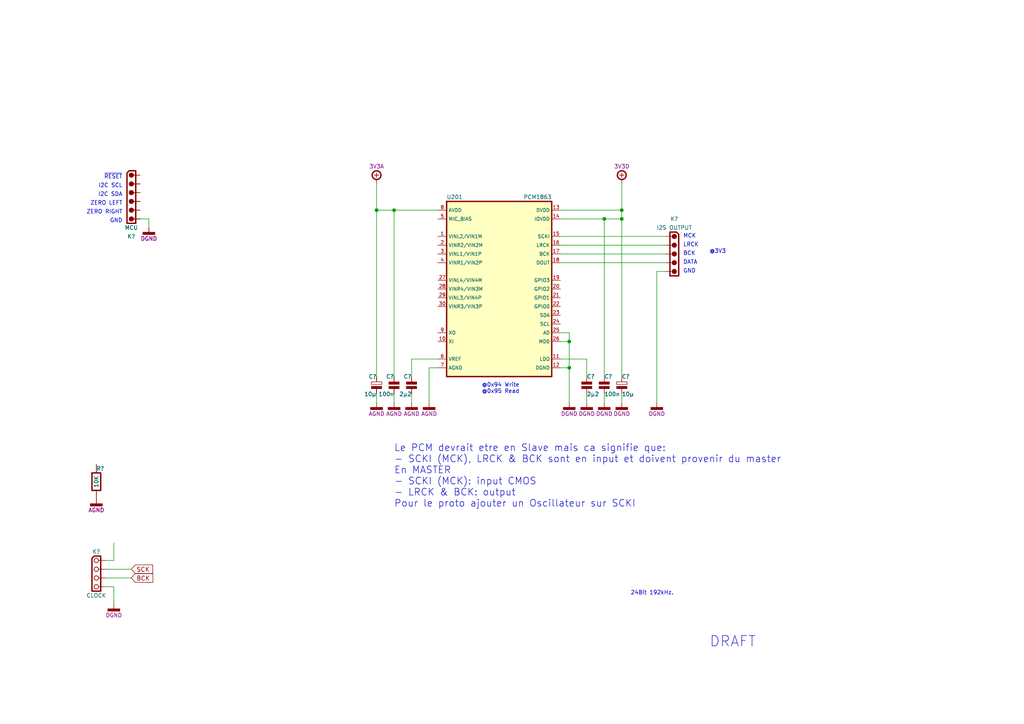
<source format=kicad_sch>
(kicad_sch (version 20230121) (generator eeschema)
  (paper "A4")
  (title_block (title "PCM1863") (date "01/2023") (rev "A") (comment 1 "ADC PCM1863"))
  (lib_symbols
    (symbol "tronixio:CAPACITOR-1206-100N-10P-X7R" (pin_numbers hide) (pin_names (offset 0) hide)
      (property "Reference" "C" (at 1 2.54 0))
      (property "Value" "CAPACITOR-1206-100N-10P-X7R" (at 1 -2.54 0))
      (symbol "CAPACITOR-1206-100N-10P-X7R_0_1"
        (rectangle (start -1.524 -0.254) (end 1.524 -1.016) (stroke (width 0.001)) (fill (type outline)))
        (rectangle (start -1.524 1.016) (end 1.524 0.254) (stroke (width 0.001)) (fill (type outline)))
      )
      (symbol "CAPACITOR-1206-100N-10P-X7R_1_1"
        (pin passive line (at 0 2.54 270) (length 1.905) (name "~") (number "1"))
        (pin passive line (at 0 -2.54 90) (length 1.905) (name "~") (number "2"))
      )
    )
    (symbol "tronixio:CAPACITOR-1206-2U2-10P-X7R" (pin_numbers hide) (pin_names (offset 0) hide)
      (property "Reference" "C" (at 1 2.54 0))
      (property "Value" "CAPACITOR-1206-2U2-10P-X7R" (at 1 -2.54 0))
      (symbol "CAPACITOR-1206-2U2-10P-X7R_0_1"
        (rectangle (start -1.524 -0.254) (end 1.524 -1.016) (stroke (width 0.001)) (fill (type outline)))
        (rectangle (start -1.524 1.016) (end 1.524 0.254) (stroke (width 0.001)) (fill (type outline)))
      )
      (symbol "CAPACITOR-1206-2U2-10P-X7R_1_1"
        (pin passive line (at 0 2.54 270) (length 1.905) (name "~") (number "1"))
        (pin passive line (at 0 -2.54 90) (length 1.905) (name "~") (number "2"))
      )
    )
    (symbol "tronixio:HARWIN-254-F-1X04-VERTICAL" (pin_numbers hide) (pin_names (offset 0) hide)
      (property "Reference" "K" (at 0 2.54 0))
      (property "Value" "HARWIN-254-F-1X04-VERTICAL" (at 0 -10.16 0))
      (symbol "HARWIN-254-F-1X04-VERTICAL_0_1"
        (circle (center 0 -7.62) (radius 0.635) (stroke (width 0.2)))
        (circle (center 0 -5.08) (radius 0.635) (stroke (width 0.2)))
        (circle (center 0 -2.54) (radius 0.635) (stroke (width 0.2)))
        (polyline (pts (xy -1.27 -8.89) (xy 1.27 -8.89) (xy 1.27 0.635) (xy 0.635 1.27) (xy -1.27 1.27) (xy -1.27 -8.89)) (stroke (width 0.4)))
        (circle (center 0 0) (radius 0.635) (stroke (width 0.2)))
      )
      (symbol "HARWIN-254-F-1X04-VERTICAL_1_1"
        (pin passive line (at -2.54 0 0) (length 1.905) (name "1") (number "1"))
        (pin passive line (at -2.54 -2.54 0) (length 1.905) (name "2") (number "2"))
        (pin passive line (at -2.54 -5.08 0) (length 1.905) (name "3") (number "3"))
        (pin passive line (at -2.54 -7.62 0) (length 1.905) (name "4") (number "4"))
      )
    )
    (symbol "tronixio:HARWIN-254-M-1X06-VERTICAL" (pin_numbers hide) (pin_names (offset 0) hide)
      (property "Reference" "K" (at 0 2.54 0))
      (property "Value" "HARWIN-254-M-1X06-VERTICAL" (at 0 -15.24 0))
      (symbol "HARWIN-254-M-1X06-VERTICAL_0_1"
        (circle (center 0 -12.7) (radius 0.635) (stroke (width 0.2)) (fill (type outline)))
        (circle (center 0 -10.16) (radius 0.635) (stroke (width 0.2)) (fill (type outline)))
        (circle (center 0 -7.62) (radius 0.635) (stroke (width 0.2)) (fill (type outline)))
        (circle (center 0 -5.08) (radius 0.635) (stroke (width 0.2)) (fill (type outline)))
        (circle (center 0 -2.54) (radius 0.635) (stroke (width 0.2)) (fill (type outline)))
        (polyline (pts (xy -1.27 -13.97) (xy 1.27 -13.97) (xy 1.27 0.635) (xy 0.635 1.27) (xy -1.27 1.27) (xy -1.27 -13.97)) (stroke (width 0.4)))
        (circle (center 0 0) (radius 0.635) (stroke (width 0.2)) (fill (type outline)))
      )
      (symbol "HARWIN-254-M-1X06-VERTICAL_1_1"
        (pin passive line (at -2.54 0 0) (length 1.905) (name "1") (number "1"))
        (pin passive line (at -2.54 -2.54 0) (length 1.905) (name "2") (number "2"))
        (pin passive line (at -2.54 -5.08 0) (length 1.905) (name "3") (number "3"))
        (pin passive line (at -2.54 -7.62 0) (length 1.905) (name "4") (number "4"))
        (pin passive line (at -2.54 -10.16 0) (length 1.905) (name "5") (number "5"))
        (pin passive line (at -2.54 -12.7 0) (length 1.905) (name "6") (number "6"))
      )
    )
    (symbol "tronixio:KOASPEER-RT-1206-10K-1P" (pin_numbers hide) (pin_names (offset 0) hide)
      (property "Reference" "R" (at 2.54 1.27 0))
      (property "Value" "KOASPEER-RT-1206-10K-1P" (at 2.54 -1.27 0))
      (symbol "KOASPEER-RT-1206-10K-1P_0_1"
        (rectangle (start -1.27 -2.54) (end 1.27 2.54) (stroke (width 0.4)))
      )
      (symbol "KOASPEER-RT-1206-10K-1P_1_1"
        (pin passive line (at 0 5.08 270) (length 2.54) (name "~") (number "1"))
        (pin passive line (at 0 -5.08 90) (length 2.54) (name "~") (number "2"))
      )
    )
    (symbol "tronixio:MOLEX-MICRO-LATCH-05-VERTICAL" (pin_numbers hide) (pin_names (offset 0) hide)
      (property "Reference" "K" (at 0 2.54 0))
      (property "Value" "MOLEX-MICRO-LATCH-05-VERTICAL" (at 0 -12.7 0))
      (symbol "MOLEX-MICRO-LATCH-05-VERTICAL_0_1"
        (circle (center 0 -10.16) (radius 0.635) (stroke (width 0.2)) (fill (type outline)))
        (circle (center 0 -7.62) (radius 0.635) (stroke (width 0.2)) (fill (type outline)))
        (circle (center 0 -5.08) (radius 0.635) (stroke (width 0.2)) (fill (type outline)))
        (circle (center 0 -2.54) (radius 0.635) (stroke (width 0.2)) (fill (type outline)))
        (polyline (pts (xy -1.27 -11.43) (xy 1.27 -11.43) (xy 1.27 0.635) (xy 0.635 1.27) (xy -1.27 1.27) (xy -1.27 -11.43)) (stroke (width 0.4)))
        (circle (center 0 0) (radius 0.635) (stroke (width 0.2)) (fill (type outline)))
      )
      (symbol "MOLEX-MICRO-LATCH-05-VERTICAL_1_1"
        (pin passive line (at -2.54 0 0) (length 1.905) (name "1") (number "1"))
        (pin passive line (at -2.54 -2.54 0) (length 1.905) (name "2") (number "2"))
        (pin passive line (at -2.54 -5.08 0) (length 1.905) (name "3") (number "3"))
        (pin passive line (at -2.54 -7.62 0) (length 1.905) (name "4") (number "4"))
        (pin passive line (at -2.54 -10.16 0) (length 1.905) (name "5") (number "5"))
      )
    )
    (symbol "tronixio:POWER-+3V3A" (power) (pin_numbers hide) (pin_names (offset 0) hide)
      (property "Name" "3V3A" (at 0 5.08 0))
      (symbol "POWER-+3V3A_0_1"
        (polyline (pts (xy -0.635 2.54) (xy 0.635 2.54)) (stroke (width 0.2)))
        (polyline (pts (xy 0 1.905) (xy 0 3.175)) (stroke (width 0.2)))
        (circle (center 0 2.54) (radius 1.27) (stroke (width 0.4)))
      )
      (symbol "POWER-+3V3A_1_1"
        (pin power_in line (at 0 0 90) (length 1.27) (name "+3V3A") (number "1"))
      )
    )
    (symbol "tronixio:POWER-+3V3D" (power) (pin_numbers hide) (pin_names (offset 0) hide)
      (property "Name" "3V3D" (at 0 5.08 0))
      (symbol "POWER-+3V3D_0_1"
        (polyline (pts (xy -0.635 2.54) (xy 0.635 2.54)) (stroke (width 0.2)))
        (polyline (pts (xy 0 1.905) (xy 0 3.175)) (stroke (width 0.2)))
        (circle (center 0 2.54) (radius 1.27) (stroke (width 0.4)))
      )
      (symbol "POWER-+3V3D_1_1"
        (pin power_in line (at 0 0 90) (length 1.27) (name "+3V3D") (number "1"))
      )
    )
    (symbol "tronixio:POWER-AGND" (power) (pin_numbers hide) (pin_names (offset 0) hide)
      (property "Name" "AGND" (at 0 -3.175 0))
      (symbol "POWER-AGND_0_1"
        (rectangle (start -1.778 -2.032) (end 1.778 -1.27) (stroke (width 0.001)) (fill (type outline)))
      )
      (symbol "POWER-AGND_1_1"
        (pin power_in line (at 0 0 270) (length 1.27) (name "AGND") (number "1"))
      )
    )
    (symbol "tronixio:POWER-DGND" (power) (pin_numbers hide) (pin_names (offset 0) hide)
      (property "Name" "DGND" (at 0 -3.175 0))
      (symbol "POWER-DGND_0_1"
        (rectangle (start -1.778 -2.032) (end 1.778 -1.27) (stroke (width 0.001)) (fill (type outline)))
      )
      (symbol "POWER-DGND_1_1"
        (pin power_in line (at 0 0 270) (length 1.27) (name "DGND") (number "1"))
      )
    )
    (symbol "tronixio:TI-PCM1863-I2C-TSSOP-30" (pin_names (offset 0.5))
      (property "Reference" "U" (at 17.78 3.81 0))
      (property "Value" "TI-PCM1863-I2C-TSSOP-30" (at 17.78 -49.53 0))
      (symbol "TI-PCM1863-I2C-TSSOP-30_0_1"
        (rectangle (start 2.54 2.54) (end 33.02 -48.26) (stroke (width 0.4)) (fill (type background)))
      )
      (symbol "TI-PCM1863-I2C-TSSOP-30_1_1"
        (pin input line (at 0 -7.62 0) (length 2.54) (name "VINL2/VIN1M") (number "1"))
        (pin input line (at 0 -38.1 0) (length 2.54) (name "XI") (number "10"))
        (pin power_in line (at 35.56 -43.18 180) (length 2.54) (name "LDO") (number "11"))
        (pin power_in line (at 35.56 -45.72 180) (length 2.54) (name "DGND") (number "12"))
        (pin power_in line (at 35.56 0 180) (length 2.54) (name "DVDD") (number "13"))
        (pin power_in line (at 35.56 -2.54 180) (length 2.54) (name "IOVDD") (number "14"))
        (pin input line (at 35.56 -7.62 180) (length 2.54) (name "SCKI") (number "15"))
        (pin bidirectional line (at 35.56 -10.16 180) (length 2.54) (name "LRCK") (number "16"))
        (pin bidirectional line (at 35.56 -12.7 180) (length 2.54) (name "BCK") (number "17"))
        (pin output line (at 35.56 -15.24 180) (length 2.54) (name "DOUT") (number "18"))
        (pin bidirectional line (at 35.56 -20.32 180) (length 2.54) (name "GPIO3") (number "19"))
        (pin input line (at 0 -10.16 0) (length 2.54) (name "VINR2/VIN2M") (number "2"))
        (pin bidirectional line (at 35.56 -22.86 180) (length 2.54) (name "GPIO2") (number "20"))
        (pin bidirectional line (at 35.56 -25.4 180) (length 2.54) (name "GPIO1") (number "21"))
        (pin bidirectional line (at 35.56 -27.94 180) (length 2.54) (name "GPIO0") (number "22"))
        (pin bidirectional line (at 35.56 -30.48 180) (length 2.54) (name "SDA") (number "23"))
        (pin input line (at 35.56 -33.02 180) (length 2.54) (name "SCL") (number "24"))
        (pin input line (at 35.56 -35.56 180) (length 2.54) (name "AD") (number "25"))
        (pin input line (at 35.56 -38.1 180) (length 2.54) (name "MD0") (number "26"))
        (pin input line (at 0 -20.32 0) (length 2.54) (name "VINL4/VIN4M") (number "27"))
        (pin input line (at 0 -22.86 0) (length 2.54) (name "VINR4/VIN3M") (number "28"))
        (pin input line (at 0 -25.4 0) (length 2.54) (name "VINL3/VIN4P") (number "29"))
        (pin input line (at 0 -12.7 0) (length 2.54) (name "VINL1/VIN1P") (number "3"))
        (pin input line (at 0 -27.94 0) (length 2.54) (name "VINR3/VIN3P") (number "30"))
        (pin input line (at 0 -15.24 0) (length 2.54) (name "VINR1/VIN2P") (number "4"))
        (pin power_in line (at 0 -2.54 0) (length 2.54) (name "MIC_BIAS") (number "5"))
        (pin power_in line (at 0 -43.18 0) (length 2.54) (name "VREF") (number "6"))
        (pin power_in line (at 0 -45.72 0) (length 2.54) (name "AGND") (number "7"))
        (pin power_in line (at 0 0 0) (length 2.54) (name "AVDD") (number "8"))
        (pin output line (at 0 -35.56 0) (length 2.54) (name "XO") (number "9"))
      )
    )
    (symbol "tronixio:WURTH-WCAP-AT1H-10U-35V" (pin_numbers hide) (pin_names (offset 0) hide)
      (property "Reference" "C" (at 1.27 2.54 0))
      (property "Value" "WURTH-WCAP-AT1H-10U-35V" (at 1.27 -2.54 0))
      (symbol "WURTH-WCAP-AT1H-10U-35V_0_1"
        (rectangle (start -1.524 -0.254) (end 1.524 -1.016) (stroke (width 0.001)) (fill (type outline)))
        (rectangle (start -1.524 1.016) (end 1.524 0.254) (stroke (width 0.1524)))
      )
      (symbol "WURTH-WCAP-AT1H-10U-35V_1_1"
        (pin passive line (at 0 2.54 270) (length 1.5) (name "~") (number "1"))
        (pin passive line (at 0 -2.54 90) (length 1.905) (name "~") (number "2"))
      )
    )
  )
  (junction (at 180.34 60.96))
  (junction (at 165.1 99.06))
  (junction (at 180.34 63.5))
  (junction (at 175.26 63.5))
  (junction (at 109.22 60.96))
  (junction (at 165.1 106.68))
  (junction (at 114.3 60.96))
  (wire (pts (xy 175.26 116.84) (xy 175.26 114.3)))
  (wire (pts (xy 162.56 60.96) (xy 180.34 60.96)))
  (wire (pts (xy 109.22 60.96) (xy 114.3 60.96)))
  (wire (pts (xy 170.18 114.3) (xy 170.18 116.84)))
  (wire (pts (xy 170.18 104.14) (xy 170.18 109.22)))
  (wire (pts (xy 119.38 104.14) (xy 127 104.14)))
  (wire (pts (xy 109.22 53.34) (xy 109.22 60.96)))
  (wire (pts (xy 33.02 162.56) (xy 33.02 157.48)))
  (wire (pts (xy 162.56 96.52) (xy 165.1 96.52)))
  (wire (pts (xy 162.56 76.2) (xy 193.04 76.2)))
  (wire (pts (xy 180.34 60.96) (xy 180.34 63.5)))
  (wire (pts (xy 193.04 78.74) (xy 190.5 78.74)))
  (wire (pts (xy 165.1 99.06) (xy 165.1 106.68)))
  (wire (pts (xy 109.22 60.96) (xy 109.22 109.22)))
  (wire (pts (xy 40.64 63.5) (xy 43.18 63.5)))
  (wire (pts (xy 124.46 106.68) (xy 124.46 116.84)))
  (wire (pts (xy 162.56 63.5) (xy 175.26 63.5)))
  (wire (pts (xy 165.1 96.52) (xy 165.1 99.06)))
  (wire (pts (xy 127 106.68) (xy 124.46 106.68)))
  (wire (pts (xy 175.26 63.5) (xy 180.34 63.5)))
  (wire (pts (xy 114.3 109.22) (xy 114.3 60.96)))
  (wire (pts (xy 33.02 170.18) (xy 33.02 175.26)))
  (wire (pts (xy 162.56 68.58) (xy 193.04 68.58)))
  (wire (pts (xy 180.34 63.5) (xy 180.34 109.22)))
  (wire (pts (xy 180.34 53.34) (xy 180.34 60.96)))
  (wire (pts (xy 165.1 106.68) (xy 165.1 116.84)))
  (wire (pts (xy 30.48 170.18) (xy 33.02 170.18)))
  (wire (pts (xy 30.48 167.64) (xy 38.1 167.64)))
  (wire (pts (xy 175.26 63.5) (xy 175.26 109.22)))
  (wire (pts (xy 162.56 73.66) (xy 193.04 73.66)))
  (wire (pts (xy 114.3 114.3) (xy 114.3 116.84)))
  (wire (pts (xy 119.38 104.14) (xy 119.38 109.22)))
  (wire (pts (xy 30.48 162.56) (xy 33.02 162.56)))
  (wire (pts (xy 109.22 116.84) (xy 109.22 114.3)))
  (wire (pts (xy 162.56 106.68) (xy 165.1 106.68)))
  (wire (pts (xy 162.56 99.06) (xy 165.1 99.06)))
  (wire (pts (xy 162.56 71.12) (xy 193.04 71.12)))
  (wire (pts (xy 30.48 165.1) (xy 38.1 165.1)))
  (wire (pts (xy 114.3 60.96) (xy 127 60.96)))
  (wire (pts (xy 180.34 116.84) (xy 180.34 114.3)))
  (wire (pts (xy 43.18 66.04) (xy 43.18 63.5)))
  (wire (pts (xy 162.56 104.14) (xy 170.18 104.14)))
  (wire (pts (xy 119.38 114.3) (xy 119.38 116.84)))
  (wire (pts (xy 190.5 78.74) (xy 190.5 116.84)))
  (text "@0x94 Write\n@0x95 Read" (at 139.7 114.3 0) (effects (font (size 1.15 1.15)) (justify left bottom)))
  (text "Le PCM devrait etre en Slave mais ca signifie que:\n- SCKI (MCK), LRCK & BCK sont en input et doivent provenir du master\nEn MASTER\n- SCKI (MCK): input CMOS\n- LRCK & BCK: output\nPour le proto ajouter un Oscillateur sur SCKI" (at 114.3 147.32 0) (effects (font (size 2 2)) (justify left bottom)))
  (text "LRCK" (at 198.12 71.755 0) (effects (font (size 1.15 1.15)) (justify left bottom)))
  (text "BCK" (at 198.12 74.295 0) (effects (font (size 1.15 1.15)) (justify left bottom)))
  (text "@3V3" (at 205.74 73.66 0) (effects (font (size 1.15 1.15)) (justify left bottom)))
  (text "ZERO RIGHT" (at 35.56 62.23 0) (effects (font (size 1.15 1.15)) (justify right bottom)))
  (text "DATA" (at 198.12 76.835 0) (effects (font (size 1.15 1.15)) (justify left bottom)))
  (text "GND" (at 35.56 64.77 0) (effects (font (size 1.15 1.15)) (justify right bottom)))
  (text "~{RESET}" (at 35.56 52.07 0) (effects (font (size 1.15 1.15)) (justify right bottom)))
  (text "ZERO LEFT" (at 35.56 59.69 0) (effects (font (size 1.15 1.15)) (justify right bottom)))
  (text "I2C SDA" (at 35.56 57.15 0) (effects (font (size 1.15 1.15)) (justify right bottom)))
  (text "24Bit 192kHz." (at 182.88 172.72 0) (effects (font (size 1.15 1.15)) (justify left bottom)))
  (text "I2C SCL" (at 35.56 54.61 0) (effects (font (size 1.15 1.15)) (justify right bottom)))
  (text "GND" (at 198.12 79.375 0) (effects (font (size 1.15 1.15)) (justify left bottom)))
  (text "DRAFT" (at 205.74 187.96 0) (effects (font (size 3 3)) (justify left bottom)))
  (text "MCK" (at 198.12 69.215 0) (effects (font (size 1.15 1.15)) (justify left bottom)))
  (global_label "BCK" (shape input) (at 38.1 167.64 0) (property "Intersheetrefs" "${INTERSHEET_REFS}" (effects hide)))
  (global_label "SCK" (shape input) (at 38.1 165.1 0) (property "Intersheetrefs" "${INTERSHEET_REFS}" (effects hide)))
  (symbol (lib_id "tronixio:POWER-DGND") (at 180.34 116.84 0) (unit 1)
    (property "Reference" "#PWR?" (effects hide))
    (property "Value" "POWER-DGND" (effects hide))
    (property "Name" "DGND" (at 180.34 120.015 0) (effects (font (size 1.15 1.15))))
    (instances (project "main" (path "" (reference "#PWR?") (unit 1)) (path "" (reference "#PWR0307") (unit 1)) (path "" (reference "#PWR0213") (unit 1))))
  )
  (symbol (lib_id "tronixio:POWER-DGND") (at 43.18 66.04 0) (unit 1)
    (property "Reference" "#PWR?" (effects hide))
    (property "Value" "POWER-DGND" (effects hide))
    (property "Name" "DGND" (at 43.18 69.215 0) (effects (font (size 1.15 1.15))))
    (instances (project "main" (path "" (reference "#PWR?") (unit 1)) (path "" (reference "#PWR0303") (unit 1)) (path "" (reference "#PWR0203") (unit 1))))
  )
  (symbol (lib_id "tronixio:POWER-AGND") (at 27.94 144.78 0) (unit 1)
    (property "Reference" "#PWR?" (effects hide))
    (property "Value" "POWER-AGND" (effects hide))
    (property "Name" "AGND" (at 27.94 147.955 0) (effects (font (size 1.15 1.15))))
    (instances (project "main" (path "" (reference "#PWR?") (unit 1)) (path "" (reference "#PWR0309") (unit 1)) (path "" (reference "#PWR0201") (unit 1))))
  )
  (symbol (lib_id "tronixio:POWER-DGND") (at 170.18 116.84 0) (unit 1)
    (property "Reference" "#PWR?" (effects hide))
    (property "Value" "POWER-DGND" (effects hide))
    (property "Name" "DGND" (at 170.18 120.015 0) (effects (font (size 1.15 1.15))))
    (instances (project "main" (path "" (reference "#PWR?") (unit 1)) (path "" (reference "#PWR0307") (unit 1)) (path "" (reference "#PWR0210") (unit 1))))
  )
  (symbol (lib_id "tronixio:POWER-DGND") (at 175.26 116.84 0) (unit 1)
    (property "Reference" "#PWR?" (effects hide))
    (property "Value" "POWER-DGND" (effects hide))
    (property "Name" "DGND" (at 175.26 120.015 0) (effects (font (size 1.15 1.15))))
    (instances (project "main" (path "" (reference "#PWR?") (unit 1)) (path "" (reference "#PWR0307") (unit 1)) (path "" (reference "#PWR0211") (unit 1))))
  )
  (symbol (lib_id "tronixio:MOLEX-MICRO-LATCH-05-VERTICAL") (at 195.58 68.58 0) (unit 1)
    (property "Reference" "K?" (at 195.58 63.5 0) (effects (font (size 1.15 1.15))))
    (property "Value" "I2S OUTPUT" (at 195.58 66.04 0) (effects (font (size 1.15 1.15))))
    (property "Footprint" "tronixio:MOLEX-532530570" (effects hide))
    (property "Datasheet" "https://www.molex.com/pdm_docs/sd/532530570_sd.pdf" (effects hide))
    (property "Mouser" "538-53253-0570" (effects hide))
    (instances (project "main" (path "" (reference "K?") (unit 1)) (path "" (reference "K302") (unit 1)) (path "" (reference "K203") (unit 1))))
  )
  (symbol (lib_id "tronixio:CAPACITOR-1206-100N-10P-X7R") (at 175.26 111.76 0) (unit 1)
    (property "Reference" "C?" (at 175.26 109.22 0) (effects (font (size 1.15 1.15)) (justify left)))
    (property "Value" "100n" (at 175.26 114.3 0) (effects (font (size 1.15 1.15)) (justify left)))
    (property "Footprint" "tronixio:CAPACITOR-SMD-1206" (effects hide))
    (property "Voltage" "50V" (effects hide))
    (property "Tolerance" "10%" (effects hide))
    (property "Mouser" "80-C1206C104K5R" (effects hide))
    (instances (project "main" (path "" (reference "C?") (unit 1)) (path "" (reference "C308") (unit 1)) (path "" (reference "C205") (unit 1))))
  )
  (symbol (lib_id "tronixio:POWER-AGND") (at 124.46 116.84 0) (unit 1)
    (property "Reference" "#PWR?" (effects hide))
    (property "Value" "POWER-AGND" (effects hide))
    (property "Name" "AGND" (at 124.46 120.015 0) (effects (font (size 1.15 1.15))))
    (instances (project "main" (path "" (reference "#PWR?") (unit 1)) (path "" (reference "#PWR0319") (unit 1)) (path "" (reference "#PWR0208") (unit 1))))
  )
  (symbol (lib_id "tronixio:HARWIN-254-F-1X04-VERTICAL") (at 27.94 162.56 0) (mirror y) (unit 1)
    (property "Reference" "K?" (at 27.94 160.02 0) (effects (font (size 1.15 1.15))))
    (property "Value" "CLOCK" (at 27.94 172.72 0) (effects (font (size 1.15 1.15))))
    (property "Footprint" "tronixio:HARWIN-M20-782044x" (effects hide))
    (property "Datasheet" "https://www.harwin.com/products/M20-7820446/" (effects hide))
    (property "Mouser" "855-M20-782044" (effects hide))
    (instances (project "main" (path "" (reference "K?") (unit 1)) (path "" (reference "K301") (unit 1)) (path "" (reference "K201") (unit 1))))
  )
  (symbol (lib_id "tronixio:TI-PCM1863-I2C-TSSOP-30") (at 127 60.96 0) (unit 1)
    (property "Reference" "U201" (at 129.54 57.15 0) (effects (font (size 1.15 1.15)) (justify left)))
    (property "Value" "PCM1863" (at 160.02 57.15 0) (effects (font (size 1.15 1.15)) (justify right)))
    (property "Footprint" "tronixio:TSSOP-30" (effects hide))
    (property "Datasheet" "https://www.ti.com/product/PCM1863" (effects hide))
    (property "Mouser" "595-PCM1863DBT" (effects hide))
  )
  (symbol (lib_id "tronixio:POWER-+3V3A") (at 109.22 53.34 0) (unit 1)
    (property "Reference" "#PWR0131" (effects hide))
    (property "Value" "POWER-+3V3D" (effects hide))
    (property "Name" "3V3A" (at 109.22 48.26 0) (effects (font (size 1.15 1.15))))
    (instances (project "main" (path "" (reference "#PWR0131") (unit 1)) (path "" (reference "#PWR0204") (unit 1))))
  )
  (symbol (lib_id "tronixio:POWER-+3V3D") (at 180.34 53.34 0) (unit 1)
    (property "Reference" "#PWR0126" (effects hide))
    (property "Value" "POWER-+3V3D" (effects hide))
    (property "Name" "3V3D" (at 180.34 48.26 0) (effects (font (size 1.15 1.15))))
    (instances (project "main" (path "" (reference "#PWR0126") (unit 1)) (path "" (reference "#PWR0212") (unit 1))))
  )
  (symbol (lib_id "tronixio:POWER-DGND") (at 190.5 116.84 0) (unit 1)
    (property "Reference" "#PWR?" (effects hide))
    (property "Value" "POWER-DGND" (effects hide))
    (property "Name" "DGND" (at 190.5 120.015 0) (effects (font (size 1.15 1.15))))
    (instances (project "main" (path "" (reference "#PWR?") (unit 1)) (path "" (reference "#PWR0307") (unit 1)) (path "" (reference "#PWR0214") (unit 1))))
  )
  (symbol (lib_id "tronixio:CAPACITOR-1206-2U2-10P-X7R") (at 170.18 111.76 0) (unit 1)
    (property "Reference" "C?" (at 170.18 109.22 0) (effects (font (size 1.15 1.15)) (justify left)))
    (property "Value" "2µ2" (at 170.18 114.3 0) (effects (font (size 1.15 1.15)) (justify left)))
    (property "Footprint" "tronixio:CAPACITOR-SMD-1206" (effects hide))
    (property "Voltage" "50V" (effects hide))
    (property "Tolerance" "10%" (effects hide))
    (property "Mouser" "80-C1206C225K5R" (effects hide))
    (instances (project "main" (path "" (reference "C?") (unit 1)) (path "" (reference "C302") (unit 1)) (path "" (reference "C204") (unit 1))))
  )
  (symbol (lib_id "tronixio:POWER-DGND") (at 165.1 116.84 0) (unit 1)
    (property "Reference" "#PWR?" (effects hide))
    (property "Value" "POWER-DGND" (effects hide))
    (property "Name" "DGND" (at 165.1 120.015 0) (effects (font (size 1.15 1.15))))
    (instances (project "main" (path "" (reference "#PWR?") (unit 1)) (path "" (reference "#PWR0307") (unit 1)) (path "" (reference "#PWR0209") (unit 1))))
  )
  (symbol (lib_id "tronixio:HARWIN-254-M-1X06-VERTICAL") (at 38.1 50.8 0) (mirror y) (unit 1)
    (property "Reference" "K?" (at 38.1 68.58 0) (effects (font (size 1.15 1.15))))
    (property "Value" "MCU" (at 38.1 66.04 0) (effects (font (size 1.15 1.15))))
    (property "Footprint" "tronixio:HARWIN-M20-999064x" (effects hide))
    (property "Datasheet" "https://www.harwin.com/products/M20-9990646/" (effects hide))
    (property "Mouser" "855-M20-999064" (effects hide))
    (property "Name" "HARWIN-254-M-1X06-VERTICAL" (effects hide))
    (instances (project "main" (path "" (reference "K?") (unit 1)) (path "" (reference "K303") (unit 1)) (path "" (reference "K202") (unit 1))))
  )
  (symbol (lib_id "tronixio:CAPACITOR-1206-2U2-10P-X7R") (at 119.38 111.76 0) (unit 1)
    (property "Reference" "C?" (at 119.38 109.22 0) (effects (font (size 1.15 1.15)) (justify right)))
    (property "Value" "2µ2" (at 119.38 114.3 0) (effects (font (size 1.15 1.15)) (justify right)))
    (property "Footprint" "tronixio:CAPACITOR-SMD-1206" (effects hide))
    (property "Voltage" "50V" (effects hide))
    (property "Tolerance" "10%" (effects hide))
    (property "Mouser" "80-C1206C225K5R" (effects hide))
    (instances (project "main" (path "" (reference "C?") (unit 1)) (path "" (reference "C302") (unit 1)) (path "" (reference "C203") (unit 1))))
  )
  (symbol (lib_id "tronixio:KOASPEER-RT-1206-10K-1P") (at 27.94 139.7 0) (unit 1)
    (property "Reference" "R?" (at 27.94 135.89 0) (effects (font (size 1.15 1.15)) (justify left)))
    (property "Value" "10K" (at 27.94 139.7 90) (effects (font (size 1.15 1.15))))
    (property "Footprint" "tronixio:RESISTOR-SMD-1206" (effects hide))
    (property "Datasheet" "https://www.yageo.com/en/Product/Index/rchip/thin_film/rt" (effects hide))
    (property "Tolerance" "1%" (effects hide))
    (property "Mouser" "603-RT1206FRE1310KL" (effects hide))
    (instances (project "main" (path "" (reference "R?") (unit 1)) (path "" (reference "R305") (unit 1)) (path "" (reference "R201") (unit 1))))
  )
  (symbol (lib_id "tronixio:WURTH-WCAP-AT1H-10U-35V") (at 109.22 111.76 0) (unit 1)
    (property "Reference" "C?" (at 109.22 109.22 0) (effects (font (size 1.15 1.15)) (justify right)))
    (property "Value" "10µ" (at 109.22 114.3 0) (effects (font (size 1.15 1.15)) (justify right)))
    (property "Footprint" "tronixio:CAPACITOR-ELECTROLYTIC-RADIAL-050-110-020-WURTH" (effects hide))
    (property "Datasheet" "https://www.we-online.com/catalog/datasheet/860240572001.pdf" (effects hide))
    (property "Tolerance" "20%" (effects hide))
    (property "Mouser" "710-860240572001" (effects hide))
    (property "Voltage" "35V" (effects hide))
    (property "Life" "5000H" (effects hide))
    (instances (project "main" (path "" (reference "C?") (unit 1)) (path "" (reference "C301") (unit 1)) (path "" (reference "C201") (unit 1))))
  )
  (symbol (lib_id "tronixio:WURTH-WCAP-AT1H-10U-35V") (at 180.34 111.76 0) (unit 1)
    (property "Reference" "C?" (at 180.34 109.22 0) (effects (font (size 1.15 1.15)) (justify left)))
    (property "Value" "10µ" (at 180.34 114.3 0) (effects (font (size 1.15 1.15)) (justify left)))
    (property "Footprint" "tronixio:CAPACITOR-ELECTROLYTIC-RADIAL-050-110-020-WURTH" (effects hide))
    (property "Datasheet" "https://www.we-online.com/catalog/datasheet/860240572001.pdf" (effects hide))
    (property "Tolerance" "20%" (effects hide))
    (property "Mouser" "710-860240572001" (effects hide))
    (property "Voltage" "35V" (effects hide))
    (property "Life" "5000H" (effects hide))
    (instances (project "main" (path "" (reference "C?") (unit 1)) (path "" (reference "C309") (unit 1)) (path "" (reference "C206") (unit 1))))
  )
  (symbol (lib_id "tronixio:POWER-AGND") (at 109.22 116.84 0) (unit 1)
    (property "Reference" "#PWR?" (effects hide))
    (property "Value" "POWER-AGND" (effects hide))
    (property "Name" "AGND" (at 109.22 120.015 0) (effects (font (size 1.15 1.15))))
    (instances (project "main" (path "" (reference "#PWR?") (unit 1)) (path "" (reference "#PWR0308") (unit 1)) (path "" (reference "#PWR0205") (unit 1))))
  )
  (symbol (lib_id "tronixio:CAPACITOR-1206-100N-10P-X7R") (at 114.3 111.76 0) (unit 1)
    (property "Reference" "C?" (at 114.3 109.22 0) (effects (font (size 1.15 1.15)) (justify right)))
    (property "Value" "100n" (at 114.3 114.3 0) (effects (font (size 1.15 1.15)) (justify right)))
    (property "Footprint" "tronixio:CAPACITOR-SMD-1206" (effects hide))
    (property "Voltage" "50V" (effects hide))
    (property "Tolerance" "10%" (effects hide))
    (property "Mouser" "80-C1206C104K5R" (effects hide))
    (instances (project "main" (path "" (reference "C?") (unit 1)) (path "" (reference "C302") (unit 1)) (path "" (reference "C202") (unit 1))))
  )
  (symbol (lib_id "tronixio:POWER-DGND") (at 33.02 175.26 0) (unit 1)
    (property "Reference" "#PWR?" (effects hide))
    (property "Value" "POWER-DGND" (effects hide))
    (property "Name" "DGND" (at 33.02 178.435 0) (effects (font (size 1.15 1.15))))
    (instances (project "main" (path "" (reference "#PWR?") (unit 1)) (path "" (reference "#PWR0302") (unit 1)) (path "" (reference "#PWR0202") (unit 1))))
  )
  (symbol (lib_id "tronixio:POWER-AGND") (at 119.38 116.84 0) (unit 1)
    (property "Reference" "#PWR?" (effects hide))
    (property "Value" "POWER-AGND" (effects hide))
    (property "Name" "AGND" (at 119.38 120.015 0) (effects (font (size 1.15 1.15))))
    (instances (project "main" (path "" (reference "#PWR?") (unit 1)) (path "" (reference "#PWR0319") (unit 1)) (path "" (reference "#PWR0207") (unit 1))))
  )
  (symbol (lib_id "tronixio:POWER-AGND") (at 114.3 116.84 0) (unit 1)
    (property "Reference" "#PWR?" (effects hide))
    (property "Value" "POWER-AGND" (effects hide))
    (property "Name" "AGND" (at 114.3 120.015 0) (effects (font (size 1.15 1.15))))
    (instances (project "main" (path "" (reference "#PWR?") (unit 1)) (path "" (reference "#PWR0318") (unit 1)) (path "" (reference "#PWR0206") (unit 1))))
  )
)
</source>
